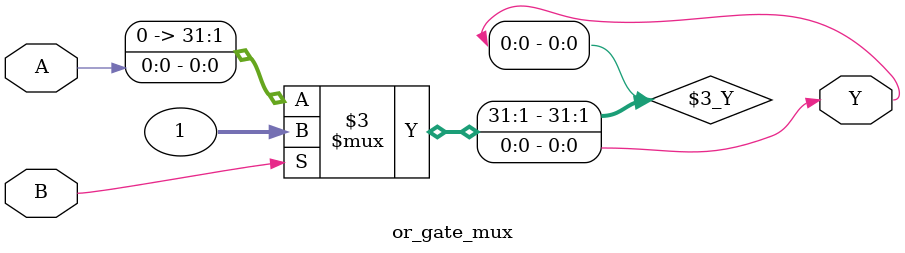
<source format=v>
module or_gate_mux (
    input A, B,
    output Y
);

assign Y = (B == 1) ? 1 : A; // Equivalent to A OR B

endmodule
</source>
